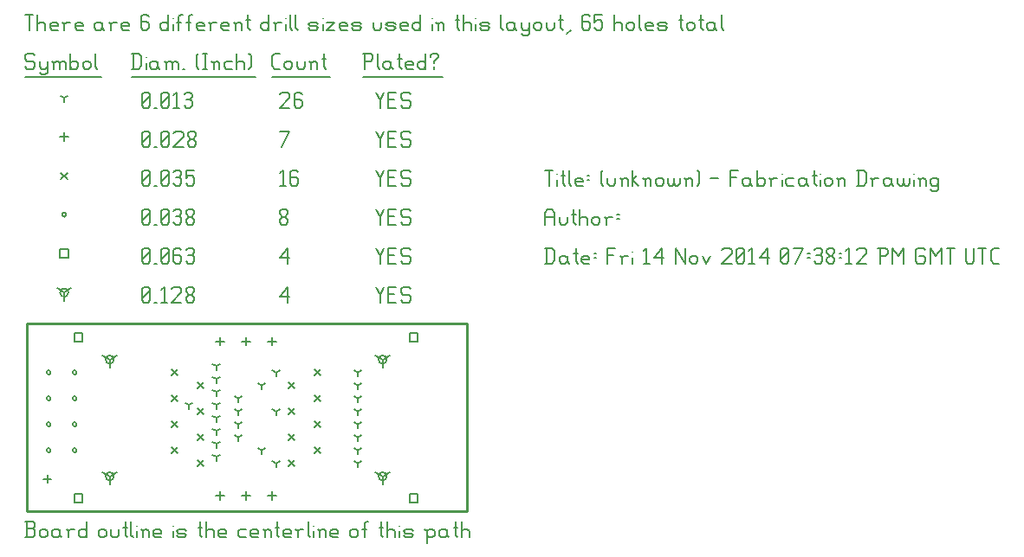
<source format=gbr>
G04 start of page 12 for group -3984 idx -3984 *
G04 Title: (unknown), fab *
G04 Creator: pcb 1.99z *
G04 CreationDate: Fri 14 Nov 2014 07:38:12 PM GMT UTC *
G04 For: commonadmin *
G04 Format: Gerber/RS-274X *
G04 PCB-Dimensions (mil): 1705.00 735.00 *
G04 PCB-Coordinate-Origin: lower left *
%MOIN*%
%FSLAX25Y25*%
%LNFAB*%
%ADD85C,0.0100*%
%ADD84C,0.0075*%
%ADD83C,0.0060*%
%ADD82C,0.0080*%
G54D82*X32508Y58957D02*Y55757D01*
Y58957D02*X35281Y60557D01*
X32508Y58957D02*X29735Y60557D01*
X30908Y58957D02*G75*G03X34108Y58957I1600J0D01*G01*
G75*G03X30908Y58957I-1600J0D01*G01*
X32508Y13957D02*Y10757D01*
Y13957D02*X35281Y15557D01*
X32508Y13957D02*X29735Y15557D01*
X30908Y13957D02*G75*G03X34108Y13957I1600J0D01*G01*
G75*G03X30908Y13957I-1600J0D01*G01*
X137508Y58957D02*Y55757D01*
Y58957D02*X140281Y60557D01*
X137508Y58957D02*X134735Y60557D01*
X135908Y58957D02*G75*G03X139108Y58957I1600J0D01*G01*
G75*G03X135908Y58957I-1600J0D01*G01*
X137508Y13957D02*Y10757D01*
Y13957D02*X140281Y15557D01*
X137508Y13957D02*X134735Y15557D01*
X135908Y13957D02*G75*G03X139108Y13957I1600J0D01*G01*
G75*G03X135908Y13957I-1600J0D01*G01*
X15000Y84750D02*Y81550D01*
Y84750D02*X17773Y86350D01*
X15000Y84750D02*X12227Y86350D01*
X13400Y84750D02*G75*G03X16600Y84750I1600J0D01*G01*
G75*G03X13400Y84750I-1600J0D01*G01*
G54D83*X135000Y87000D02*X136500Y84000D01*
X138000Y87000D01*
X136500Y84000D02*Y81000D01*
X139800Y84300D02*X142050D01*
X139800Y81000D02*X142800D01*
X139800Y87000D02*Y81000D01*
Y87000D02*X142800D01*
X147600D02*X148350Y86250D01*
X145350Y87000D02*X147600D01*
X144600Y86250D02*X145350Y87000D01*
X144600Y86250D02*Y84750D01*
X145350Y84000D01*
X147600D01*
X148350Y83250D01*
Y81750D01*
X147600Y81000D02*X148350Y81750D01*
X145350Y81000D02*X147600D01*
X144600Y81750D02*X145350Y81000D01*
X98000Y83250D02*X101000Y87000D01*
X98000Y83250D02*X101750D01*
X101000Y87000D02*Y81000D01*
X45000Y81750D02*X45750Y81000D01*
X45000Y86250D02*Y81750D01*
Y86250D02*X45750Y87000D01*
X47250D01*
X48000Y86250D01*
Y81750D01*
X47250Y81000D02*X48000Y81750D01*
X45750Y81000D02*X47250D01*
X45000Y82500D02*X48000Y85500D01*
X49800Y81000D02*X50550D01*
X52350Y85800D02*X53550Y87000D01*
Y81000D01*
X52350D02*X54600D01*
X56400Y86250D02*X57150Y87000D01*
X59400D01*
X60150Y86250D01*
Y84750D01*
X56400Y81000D02*X60150Y84750D01*
X56400Y81000D02*X60150D01*
X61950Y81750D02*X62700Y81000D01*
X61950Y82950D02*Y81750D01*
Y82950D02*X63000Y84000D01*
X63900D01*
X64950Y82950D01*
Y81750D01*
X64200Y81000D02*X64950Y81750D01*
X62700Y81000D02*X64200D01*
X61950Y85050D02*X63000Y84000D01*
X61950Y86250D02*Y85050D01*
Y86250D02*X62700Y87000D01*
X64200D01*
X64950Y86250D01*
Y85050D01*
X63900Y84000D02*X64950Y85050D01*
X18900Y69100D02*X22100D01*
X18900D02*Y65900D01*
X22100D01*
Y69100D02*Y65900D01*
X18900Y7092D02*X22100D01*
X18900D02*Y3892D01*
X22100D01*
Y7092D02*Y3892D01*
X147916Y69100D02*X151116D01*
X147916D02*Y65900D01*
X151116D01*
Y69100D02*Y65900D01*
X147916Y7092D02*X151116D01*
X147916D02*Y3892D01*
X151116D01*
Y7092D02*Y3892D01*
X13400Y101350D02*X16600D01*
X13400D02*Y98150D01*
X16600D01*
Y101350D02*Y98150D01*
X135000Y102000D02*X136500Y99000D01*
X138000Y102000D01*
X136500Y99000D02*Y96000D01*
X139800Y99300D02*X142050D01*
X139800Y96000D02*X142800D01*
X139800Y102000D02*Y96000D01*
Y102000D02*X142800D01*
X147600D02*X148350Y101250D01*
X145350Y102000D02*X147600D01*
X144600Y101250D02*X145350Y102000D01*
X144600Y101250D02*Y99750D01*
X145350Y99000D01*
X147600D01*
X148350Y98250D01*
Y96750D01*
X147600Y96000D02*X148350Y96750D01*
X145350Y96000D02*X147600D01*
X144600Y96750D02*X145350Y96000D01*
X98000Y98250D02*X101000Y102000D01*
X98000Y98250D02*X101750D01*
X101000Y102000D02*Y96000D01*
X45000Y96750D02*X45750Y96000D01*
X45000Y101250D02*Y96750D01*
Y101250D02*X45750Y102000D01*
X47250D01*
X48000Y101250D01*
Y96750D01*
X47250Y96000D02*X48000Y96750D01*
X45750Y96000D02*X47250D01*
X45000Y97500D02*X48000Y100500D01*
X49800Y96000D02*X50550D01*
X52350Y96750D02*X53100Y96000D01*
X52350Y101250D02*Y96750D01*
Y101250D02*X53100Y102000D01*
X54600D01*
X55350Y101250D01*
Y96750D01*
X54600Y96000D02*X55350Y96750D01*
X53100Y96000D02*X54600D01*
X52350Y97500D02*X55350Y100500D01*
X59400Y102000D02*X60150Y101250D01*
X57900Y102000D02*X59400D01*
X57150Y101250D02*X57900Y102000D01*
X57150Y101250D02*Y96750D01*
X57900Y96000D01*
X59400Y99300D02*X60150Y98550D01*
X57150Y99300D02*X59400D01*
X57900Y96000D02*X59400D01*
X60150Y96750D01*
Y98550D02*Y96750D01*
X61950Y101250D02*X62700Y102000D01*
X64200D01*
X64950Y101250D01*
X64200Y96000D02*X64950Y96750D01*
X62700Y96000D02*X64200D01*
X61950Y96750D02*X62700Y96000D01*
Y99300D02*X64200D01*
X64950Y101250D02*Y100050D01*
Y98550D02*Y96750D01*
Y98550D02*X64200Y99300D01*
X64950Y100050D02*X64200Y99300D01*
X8208Y53957D02*G75*G03X9808Y53957I800J0D01*G01*
G75*G03X8208Y53957I-800J0D01*G01*
X18208D02*G75*G03X19808Y53957I800J0D01*G01*
G75*G03X18208Y53957I-800J0D01*G01*
X8208Y43957D02*G75*G03X9808Y43957I800J0D01*G01*
G75*G03X8208Y43957I-800J0D01*G01*
X18208D02*G75*G03X19808Y43957I800J0D01*G01*
G75*G03X18208Y43957I-800J0D01*G01*
X8208Y33957D02*G75*G03X9808Y33957I800J0D01*G01*
G75*G03X8208Y33957I-800J0D01*G01*
X18208D02*G75*G03X19808Y33957I800J0D01*G01*
G75*G03X18208Y33957I-800J0D01*G01*
X8208Y23957D02*G75*G03X9808Y23957I800J0D01*G01*
G75*G03X8208Y23957I-800J0D01*G01*
X18208D02*G75*G03X19808Y23957I800J0D01*G01*
G75*G03X18208Y23957I-800J0D01*G01*
X14200Y114750D02*G75*G03X15800Y114750I800J0D01*G01*
G75*G03X14200Y114750I-800J0D01*G01*
X135000Y117000D02*X136500Y114000D01*
X138000Y117000D01*
X136500Y114000D02*Y111000D01*
X139800Y114300D02*X142050D01*
X139800Y111000D02*X142800D01*
X139800Y117000D02*Y111000D01*
Y117000D02*X142800D01*
X147600D02*X148350Y116250D01*
X145350Y117000D02*X147600D01*
X144600Y116250D02*X145350Y117000D01*
X144600Y116250D02*Y114750D01*
X145350Y114000D01*
X147600D01*
X148350Y113250D01*
Y111750D01*
X147600Y111000D02*X148350Y111750D01*
X145350Y111000D02*X147600D01*
X144600Y111750D02*X145350Y111000D01*
X98000Y111750D02*X98750Y111000D01*
X98000Y112950D02*Y111750D01*
Y112950D02*X99050Y114000D01*
X99950D01*
X101000Y112950D01*
Y111750D01*
X100250Y111000D02*X101000Y111750D01*
X98750Y111000D02*X100250D01*
X98000Y115050D02*X99050Y114000D01*
X98000Y116250D02*Y115050D01*
Y116250D02*X98750Y117000D01*
X100250D01*
X101000Y116250D01*
Y115050D01*
X99950Y114000D02*X101000Y115050D01*
X45000Y111750D02*X45750Y111000D01*
X45000Y116250D02*Y111750D01*
Y116250D02*X45750Y117000D01*
X47250D01*
X48000Y116250D01*
Y111750D01*
X47250Y111000D02*X48000Y111750D01*
X45750Y111000D02*X47250D01*
X45000Y112500D02*X48000Y115500D01*
X49800Y111000D02*X50550D01*
X52350Y111750D02*X53100Y111000D01*
X52350Y116250D02*Y111750D01*
Y116250D02*X53100Y117000D01*
X54600D01*
X55350Y116250D01*
Y111750D01*
X54600Y111000D02*X55350Y111750D01*
X53100Y111000D02*X54600D01*
X52350Y112500D02*X55350Y115500D01*
X57150Y116250D02*X57900Y117000D01*
X59400D01*
X60150Y116250D01*
X59400Y111000D02*X60150Y111750D01*
X57900Y111000D02*X59400D01*
X57150Y111750D02*X57900Y111000D01*
Y114300D02*X59400D01*
X60150Y116250D02*Y115050D01*
Y113550D02*Y111750D01*
Y113550D02*X59400Y114300D01*
X60150Y115050D02*X59400Y114300D01*
X61950Y111750D02*X62700Y111000D01*
X61950Y112950D02*Y111750D01*
Y112950D02*X63000Y114000D01*
X63900D01*
X64950Y112950D01*
Y111750D01*
X64200Y111000D02*X64950Y111750D01*
X62700Y111000D02*X64200D01*
X61950Y115050D02*X63000Y114000D01*
X61950Y116250D02*Y115050D01*
Y116250D02*X62700Y117000D01*
X64200D01*
X64950Y116250D01*
Y115050D01*
X63900Y114000D02*X64950Y115050D01*
X66308Y50157D02*X68708Y47757D01*
X66308D02*X68708Y50157D01*
X66308Y40157D02*X68708Y37757D01*
X66308D02*X68708Y40157D01*
X66308Y30157D02*X68708Y27757D01*
X66308D02*X68708Y30157D01*
X66308Y20157D02*X68708Y17757D01*
X66308D02*X68708Y20157D01*
X56308Y55157D02*X58708Y52757D01*
X56308D02*X58708Y55157D01*
X56308Y45157D02*X58708Y42757D01*
X56308D02*X58708Y45157D01*
X56308Y35157D02*X58708Y32757D01*
X56308D02*X58708Y35157D01*
X56308Y25157D02*X58708Y22757D01*
X56308D02*X58708Y25157D01*
X101308Y50157D02*X103708Y47757D01*
X101308D02*X103708Y50157D01*
X101308Y40157D02*X103708Y37757D01*
X101308D02*X103708Y40157D01*
X101308Y30157D02*X103708Y27757D01*
X101308D02*X103708Y30157D01*
X101308Y20157D02*X103708Y17757D01*
X101308D02*X103708Y20157D01*
X111308Y55157D02*X113708Y52757D01*
X111308D02*X113708Y55157D01*
X111308Y45157D02*X113708Y42757D01*
X111308D02*X113708Y45157D01*
X111308Y35157D02*X113708Y32757D01*
X111308D02*X113708Y35157D01*
X111308Y25157D02*X113708Y22757D01*
X111308D02*X113708Y25157D01*
X13800Y130950D02*X16200Y128550D01*
X13800D02*X16200Y130950D01*
X135000Y132000D02*X136500Y129000D01*
X138000Y132000D01*
X136500Y129000D02*Y126000D01*
X139800Y129300D02*X142050D01*
X139800Y126000D02*X142800D01*
X139800Y132000D02*Y126000D01*
Y132000D02*X142800D01*
X147600D02*X148350Y131250D01*
X145350Y132000D02*X147600D01*
X144600Y131250D02*X145350Y132000D01*
X144600Y131250D02*Y129750D01*
X145350Y129000D01*
X147600D01*
X148350Y128250D01*
Y126750D01*
X147600Y126000D02*X148350Y126750D01*
X145350Y126000D02*X147600D01*
X144600Y126750D02*X145350Y126000D01*
X98000Y130800D02*X99200Y132000D01*
Y126000D01*
X98000D02*X100250D01*
X104300Y132000D02*X105050Y131250D01*
X102800Y132000D02*X104300D01*
X102050Y131250D02*X102800Y132000D01*
X102050Y131250D02*Y126750D01*
X102800Y126000D01*
X104300Y129300D02*X105050Y128550D01*
X102050Y129300D02*X104300D01*
X102800Y126000D02*X104300D01*
X105050Y126750D01*
Y128550D02*Y126750D01*
X45000D02*X45750Y126000D01*
X45000Y131250D02*Y126750D01*
Y131250D02*X45750Y132000D01*
X47250D01*
X48000Y131250D01*
Y126750D01*
X47250Y126000D02*X48000Y126750D01*
X45750Y126000D02*X47250D01*
X45000Y127500D02*X48000Y130500D01*
X49800Y126000D02*X50550D01*
X52350Y126750D02*X53100Y126000D01*
X52350Y131250D02*Y126750D01*
Y131250D02*X53100Y132000D01*
X54600D01*
X55350Y131250D01*
Y126750D01*
X54600Y126000D02*X55350Y126750D01*
X53100Y126000D02*X54600D01*
X52350Y127500D02*X55350Y130500D01*
X57150Y131250D02*X57900Y132000D01*
X59400D01*
X60150Y131250D01*
X59400Y126000D02*X60150Y126750D01*
X57900Y126000D02*X59400D01*
X57150Y126750D02*X57900Y126000D01*
Y129300D02*X59400D01*
X60150Y131250D02*Y130050D01*
Y128550D02*Y126750D01*
Y128550D02*X59400Y129300D01*
X60150Y130050D02*X59400Y129300D01*
X61950Y132000D02*X64950D01*
X61950D02*Y129000D01*
X62700Y129750D01*
X64200D01*
X64950Y129000D01*
Y126750D01*
X64200Y126000D02*X64950Y126750D01*
X62700Y126000D02*X64200D01*
X61950Y126750D02*X62700Y126000D01*
X8508Y14557D02*Y11357D01*
X6908Y12957D02*X10108D01*
X75000Y8100D02*Y4900D01*
X73400Y6500D02*X76600D01*
X85000Y8100D02*Y4900D01*
X83400Y6500D02*X86600D01*
X95000Y8100D02*Y4900D01*
X93400Y6500D02*X96600D01*
X75000Y67600D02*Y64400D01*
X73400Y66000D02*X76600D01*
X85000Y67600D02*Y64400D01*
X83400Y66000D02*X86600D01*
X95000Y67600D02*Y64400D01*
X93400Y66000D02*X96600D01*
X15000Y146350D02*Y143150D01*
X13400Y144750D02*X16600D01*
X135000Y147000D02*X136500Y144000D01*
X138000Y147000D01*
X136500Y144000D02*Y141000D01*
X139800Y144300D02*X142050D01*
X139800Y141000D02*X142800D01*
X139800Y147000D02*Y141000D01*
Y147000D02*X142800D01*
X147600D02*X148350Y146250D01*
X145350Y147000D02*X147600D01*
X144600Y146250D02*X145350Y147000D01*
X144600Y146250D02*Y144750D01*
X145350Y144000D01*
X147600D01*
X148350Y143250D01*
Y141750D01*
X147600Y141000D02*X148350Y141750D01*
X145350Y141000D02*X147600D01*
X144600Y141750D02*X145350Y141000D01*
X98750D02*X101750Y147000D01*
X98000D02*X101750D01*
X45000Y141750D02*X45750Y141000D01*
X45000Y146250D02*Y141750D01*
Y146250D02*X45750Y147000D01*
X47250D01*
X48000Y146250D01*
Y141750D01*
X47250Y141000D02*X48000Y141750D01*
X45750Y141000D02*X47250D01*
X45000Y142500D02*X48000Y145500D01*
X49800Y141000D02*X50550D01*
X52350Y141750D02*X53100Y141000D01*
X52350Y146250D02*Y141750D01*
Y146250D02*X53100Y147000D01*
X54600D01*
X55350Y146250D01*
Y141750D01*
X54600Y141000D02*X55350Y141750D01*
X53100Y141000D02*X54600D01*
X52350Y142500D02*X55350Y145500D01*
X57150Y146250D02*X57900Y147000D01*
X60150D01*
X60900Y146250D01*
Y144750D01*
X57150Y141000D02*X60900Y144750D01*
X57150Y141000D02*X60900D01*
X62700Y141750D02*X63450Y141000D01*
X62700Y142950D02*Y141750D01*
Y142950D02*X63750Y144000D01*
X64650D01*
X65700Y142950D01*
Y141750D01*
X64950Y141000D02*X65700Y141750D01*
X63450Y141000D02*X64950D01*
X62700Y145050D02*X63750Y144000D01*
X62700Y146250D02*Y145050D01*
Y146250D02*X63450Y147000D01*
X64950D01*
X65700Y146250D01*
Y145050D01*
X64650Y144000D02*X65700Y145050D01*
X73508Y36457D02*Y34857D01*
Y36457D02*X74895Y37257D01*
X73508Y36457D02*X72121Y37257D01*
X63008Y41457D02*Y39857D01*
Y41457D02*X64395Y42257D01*
X63008Y41457D02*X61621Y42257D01*
X73508Y41457D02*Y39857D01*
Y41457D02*X74895Y42257D01*
X73508Y41457D02*X72121Y42257D01*
X96508Y38957D02*Y37357D01*
Y38957D02*X97895Y39757D01*
X96508Y38957D02*X95121Y39757D01*
X82008Y43957D02*Y42357D01*
Y43957D02*X83395Y44757D01*
X82008Y43957D02*X80621Y44757D01*
X82008Y28957D02*Y27357D01*
Y28957D02*X83395Y29757D01*
X82008Y28957D02*X80621Y29757D01*
X82008Y33957D02*Y32357D01*
Y33957D02*X83395Y34757D01*
X82008Y33957D02*X80621Y34757D01*
X82008Y38957D02*Y37357D01*
Y38957D02*X83395Y39757D01*
X82008Y38957D02*X80621Y39757D01*
X91008Y48957D02*Y47357D01*
Y48957D02*X92395Y49757D01*
X91008Y48957D02*X89621Y49757D01*
X91008Y23957D02*Y22357D01*
Y23957D02*X92395Y24757D01*
X91008Y23957D02*X89621Y24757D01*
X96508Y18957D02*Y17357D01*
Y18957D02*X97895Y19757D01*
X96508Y18957D02*X95121Y19757D01*
X96508Y53957D02*Y52357D01*
Y53957D02*X97895Y54757D01*
X96508Y53957D02*X95121Y54757D01*
X73508Y46457D02*Y44857D01*
Y46457D02*X74895Y47257D01*
X73508Y46457D02*X72121Y47257D01*
X73508Y51457D02*Y49857D01*
Y51457D02*X74895Y52257D01*
X73508Y51457D02*X72121Y52257D01*
X73508Y56457D02*Y54857D01*
Y56457D02*X74895Y57257D01*
X73508Y56457D02*X72121Y57257D01*
X73508Y26457D02*Y24857D01*
Y26457D02*X74895Y27257D01*
X73508Y26457D02*X72121Y27257D01*
X73508Y21457D02*Y19857D01*
Y21457D02*X74895Y22257D01*
X73508Y21457D02*X72121Y22257D01*
X73508Y31457D02*Y29857D01*
Y31457D02*X74895Y32257D01*
X73508Y31457D02*X72121Y32257D01*
X128008Y53957D02*Y52357D01*
Y53957D02*X129395Y54757D01*
X128008Y53957D02*X126621Y54757D01*
X128008Y48957D02*Y47357D01*
Y48957D02*X129395Y49757D01*
X128008Y48957D02*X126621Y49757D01*
X128008Y43957D02*Y42357D01*
Y43957D02*X129395Y44757D01*
X128008Y43957D02*X126621Y44757D01*
X128008Y38957D02*Y37357D01*
Y38957D02*X129395Y39757D01*
X128008Y38957D02*X126621Y39757D01*
X128008Y33957D02*Y32357D01*
Y33957D02*X129395Y34757D01*
X128008Y33957D02*X126621Y34757D01*
X128008Y28957D02*Y27357D01*
Y28957D02*X129395Y29757D01*
X128008Y28957D02*X126621Y29757D01*
X128008Y23957D02*Y22357D01*
Y23957D02*X129395Y24757D01*
X128008Y23957D02*X126621Y24757D01*
X128008Y18957D02*Y17357D01*
Y18957D02*X129395Y19757D01*
X128008Y18957D02*X126621Y19757D01*
X15000Y159750D02*Y158150D01*
Y159750D02*X16387Y160550D01*
X15000Y159750D02*X13613Y160550D01*
X135000Y162000D02*X136500Y159000D01*
X138000Y162000D01*
X136500Y159000D02*Y156000D01*
X139800Y159300D02*X142050D01*
X139800Y156000D02*X142800D01*
X139800Y162000D02*Y156000D01*
Y162000D02*X142800D01*
X147600D02*X148350Y161250D01*
X145350Y162000D02*X147600D01*
X144600Y161250D02*X145350Y162000D01*
X144600Y161250D02*Y159750D01*
X145350Y159000D01*
X147600D01*
X148350Y158250D01*
Y156750D01*
X147600Y156000D02*X148350Y156750D01*
X145350Y156000D02*X147600D01*
X144600Y156750D02*X145350Y156000D01*
X98000Y161250D02*X98750Y162000D01*
X101000D01*
X101750Y161250D01*
Y159750D01*
X98000Y156000D02*X101750Y159750D01*
X98000Y156000D02*X101750D01*
X105800Y162000D02*X106550Y161250D01*
X104300Y162000D02*X105800D01*
X103550Y161250D02*X104300Y162000D01*
X103550Y161250D02*Y156750D01*
X104300Y156000D01*
X105800Y159300D02*X106550Y158550D01*
X103550Y159300D02*X105800D01*
X104300Y156000D02*X105800D01*
X106550Y156750D01*
Y158550D02*Y156750D01*
X45000D02*X45750Y156000D01*
X45000Y161250D02*Y156750D01*
Y161250D02*X45750Y162000D01*
X47250D01*
X48000Y161250D01*
Y156750D01*
X47250Y156000D02*X48000Y156750D01*
X45750Y156000D02*X47250D01*
X45000Y157500D02*X48000Y160500D01*
X49800Y156000D02*X50550D01*
X52350Y156750D02*X53100Y156000D01*
X52350Y161250D02*Y156750D01*
Y161250D02*X53100Y162000D01*
X54600D01*
X55350Y161250D01*
Y156750D01*
X54600Y156000D02*X55350Y156750D01*
X53100Y156000D02*X54600D01*
X52350Y157500D02*X55350Y160500D01*
X57150Y160800D02*X58350Y162000D01*
Y156000D01*
X57150D02*X59400D01*
X61200Y161250D02*X61950Y162000D01*
X63450D01*
X64200Y161250D01*
X63450Y156000D02*X64200Y156750D01*
X61950Y156000D02*X63450D01*
X61200Y156750D02*X61950Y156000D01*
Y159300D02*X63450D01*
X64200Y161250D02*Y160050D01*
Y158550D02*Y156750D01*
Y158550D02*X63450Y159300D01*
X64200Y160050D02*X63450Y159300D01*
X3000Y177000D02*X3750Y176250D01*
X750Y177000D02*X3000D01*
X0Y176250D02*X750Y177000D01*
X0Y176250D02*Y174750D01*
X750Y174000D01*
X3000D01*
X3750Y173250D01*
Y171750D01*
X3000Y171000D02*X3750Y171750D01*
X750Y171000D02*X3000D01*
X0Y171750D02*X750Y171000D01*
X5550Y174000D02*Y171750D01*
X6300Y171000D01*
X8550Y174000D02*Y169500D01*
X7800Y168750D02*X8550Y169500D01*
X6300Y168750D02*X7800D01*
X5550Y169500D02*X6300Y168750D01*
Y171000D02*X7800D01*
X8550Y171750D01*
X11100Y173250D02*Y171000D01*
Y173250D02*X11850Y174000D01*
X12600D01*
X13350Y173250D01*
Y171000D01*
Y173250D02*X14100Y174000D01*
X14850D01*
X15600Y173250D01*
Y171000D01*
X10350Y174000D02*X11100Y173250D01*
X17400Y177000D02*Y171000D01*
Y171750D02*X18150Y171000D01*
X19650D01*
X20400Y171750D01*
Y173250D02*Y171750D01*
X19650Y174000D02*X20400Y173250D01*
X18150Y174000D02*X19650D01*
X17400Y173250D02*X18150Y174000D01*
X22200Y173250D02*Y171750D01*
Y173250D02*X22950Y174000D01*
X24450D01*
X25200Y173250D01*
Y171750D01*
X24450Y171000D02*X25200Y171750D01*
X22950Y171000D02*X24450D01*
X22200Y171750D02*X22950Y171000D01*
X27000Y177000D02*Y171750D01*
X27750Y171000D01*
X0Y167750D02*X29250D01*
X41750Y177000D02*Y171000D01*
X43700Y177000D02*X44750Y175950D01*
Y172050D01*
X43700Y171000D02*X44750Y172050D01*
X41000Y171000D02*X43700D01*
X41000Y177000D02*X43700D01*
G54D84*X46550Y175500D02*Y175350D01*
G54D83*Y173250D02*Y171000D01*
X50300Y174000D02*X51050Y173250D01*
X48800Y174000D02*X50300D01*
X48050Y173250D02*X48800Y174000D01*
X48050Y173250D02*Y171750D01*
X48800Y171000D01*
X51050Y174000D02*Y171750D01*
X51800Y171000D01*
X48800D02*X50300D01*
X51050Y171750D01*
X54350Y173250D02*Y171000D01*
Y173250D02*X55100Y174000D01*
X55850D01*
X56600Y173250D01*
Y171000D01*
Y173250D02*X57350Y174000D01*
X58100D01*
X58850Y173250D01*
Y171000D01*
X53600Y174000D02*X54350Y173250D01*
X60650Y171000D02*X61400D01*
X65900Y171750D02*X66650Y171000D01*
X65900Y176250D02*X66650Y177000D01*
X65900Y176250D02*Y171750D01*
X68450Y177000D02*X69950D01*
X69200D02*Y171000D01*
X68450D02*X69950D01*
X72500Y173250D02*Y171000D01*
Y173250D02*X73250Y174000D01*
X74000D01*
X74750Y173250D01*
Y171000D01*
X71750Y174000D02*X72500Y173250D01*
X77300Y174000D02*X79550D01*
X76550Y173250D02*X77300Y174000D01*
X76550Y173250D02*Y171750D01*
X77300Y171000D01*
X79550D01*
X81350Y177000D02*Y171000D01*
Y173250D02*X82100Y174000D01*
X83600D01*
X84350Y173250D01*
Y171000D01*
X86150Y177000D02*X86900Y176250D01*
Y171750D01*
X86150Y171000D02*X86900Y171750D01*
X41000Y167750D02*X88700D01*
X96050Y171000D02*X98000D01*
X95000Y172050D02*X96050Y171000D01*
X95000Y175950D02*Y172050D01*
Y175950D02*X96050Y177000D01*
X98000D01*
X99800Y173250D02*Y171750D01*
Y173250D02*X100550Y174000D01*
X102050D01*
X102800Y173250D01*
Y171750D01*
X102050Y171000D02*X102800Y171750D01*
X100550Y171000D02*X102050D01*
X99800Y171750D02*X100550Y171000D01*
X104600Y174000D02*Y171750D01*
X105350Y171000D01*
X106850D01*
X107600Y171750D01*
Y174000D02*Y171750D01*
X110150Y173250D02*Y171000D01*
Y173250D02*X110900Y174000D01*
X111650D01*
X112400Y173250D01*
Y171000D01*
X109400Y174000D02*X110150Y173250D01*
X114950Y177000D02*Y171750D01*
X115700Y171000D01*
X114200Y174750D02*X115700D01*
X95000Y167750D02*X117200D01*
X130750Y177000D02*Y171000D01*
X130000Y177000D02*X133000D01*
X133750Y176250D01*
Y174750D01*
X133000Y174000D02*X133750Y174750D01*
X130750Y174000D02*X133000D01*
X135550Y177000D02*Y171750D01*
X136300Y171000D01*
X140050Y174000D02*X140800Y173250D01*
X138550Y174000D02*X140050D01*
X137800Y173250D02*X138550Y174000D01*
X137800Y173250D02*Y171750D01*
X138550Y171000D01*
X140800Y174000D02*Y171750D01*
X141550Y171000D01*
X138550D02*X140050D01*
X140800Y171750D01*
X144100Y177000D02*Y171750D01*
X144850Y171000D01*
X143350Y174750D02*X144850D01*
X147100Y171000D02*X149350D01*
X146350Y171750D02*X147100Y171000D01*
X146350Y173250D02*Y171750D01*
Y173250D02*X147100Y174000D01*
X148600D01*
X149350Y173250D01*
X146350Y172500D02*X149350D01*
Y173250D02*Y172500D01*
X154150Y177000D02*Y171000D01*
X153400D02*X154150Y171750D01*
X151900Y171000D02*X153400D01*
X151150Y171750D02*X151900Y171000D01*
X151150Y173250D02*Y171750D01*
Y173250D02*X151900Y174000D01*
X153400D01*
X154150Y173250D01*
X157450Y174000D02*Y173250D01*
Y171750D02*Y171000D01*
X155950Y176250D02*Y175500D01*
Y176250D02*X156700Y177000D01*
X158200D01*
X158950Y176250D01*
Y175500D01*
X157450Y174000D02*X158950Y175500D01*
X130000Y167750D02*X160750D01*
X0Y192000D02*X3000D01*
X1500D02*Y186000D01*
X4800Y192000D02*Y186000D01*
Y188250D02*X5550Y189000D01*
X7050D01*
X7800Y188250D01*
Y186000D01*
X10350D02*X12600D01*
X9600Y186750D02*X10350Y186000D01*
X9600Y188250D02*Y186750D01*
Y188250D02*X10350Y189000D01*
X11850D01*
X12600Y188250D01*
X9600Y187500D02*X12600D01*
Y188250D02*Y187500D01*
X15150Y188250D02*Y186000D01*
Y188250D02*X15900Y189000D01*
X17400D01*
X14400D02*X15150Y188250D01*
X19950Y186000D02*X22200D01*
X19200Y186750D02*X19950Y186000D01*
X19200Y188250D02*Y186750D01*
Y188250D02*X19950Y189000D01*
X21450D01*
X22200Y188250D01*
X19200Y187500D02*X22200D01*
Y188250D02*Y187500D01*
X28950Y189000D02*X29700Y188250D01*
X27450Y189000D02*X28950D01*
X26700Y188250D02*X27450Y189000D01*
X26700Y188250D02*Y186750D01*
X27450Y186000D01*
X29700Y189000D02*Y186750D01*
X30450Y186000D01*
X27450D02*X28950D01*
X29700Y186750D01*
X33000Y188250D02*Y186000D01*
Y188250D02*X33750Y189000D01*
X35250D01*
X32250D02*X33000Y188250D01*
X37800Y186000D02*X40050D01*
X37050Y186750D02*X37800Y186000D01*
X37050Y188250D02*Y186750D01*
Y188250D02*X37800Y189000D01*
X39300D01*
X40050Y188250D01*
X37050Y187500D02*X40050D01*
Y188250D02*Y187500D01*
X46800Y192000D02*X47550Y191250D01*
X45300Y192000D02*X46800D01*
X44550Y191250D02*X45300Y192000D01*
X44550Y191250D02*Y186750D01*
X45300Y186000D01*
X46800Y189300D02*X47550Y188550D01*
X44550Y189300D02*X46800D01*
X45300Y186000D02*X46800D01*
X47550Y186750D01*
Y188550D02*Y186750D01*
X55050Y192000D02*Y186000D01*
X54300D02*X55050Y186750D01*
X52800Y186000D02*X54300D01*
X52050Y186750D02*X52800Y186000D01*
X52050Y188250D02*Y186750D01*
Y188250D02*X52800Y189000D01*
X54300D01*
X55050Y188250D01*
G54D84*X56850Y190500D02*Y190350D01*
G54D83*Y188250D02*Y186000D01*
X59100Y191250D02*Y186000D01*
Y191250D02*X59850Y192000D01*
X60600D01*
X58350Y189000D02*X59850D01*
X62850Y191250D02*Y186000D01*
Y191250D02*X63600Y192000D01*
X64350D01*
X62100Y189000D02*X63600D01*
X66600Y186000D02*X68850D01*
X65850Y186750D02*X66600Y186000D01*
X65850Y188250D02*Y186750D01*
Y188250D02*X66600Y189000D01*
X68100D01*
X68850Y188250D01*
X65850Y187500D02*X68850D01*
Y188250D02*Y187500D01*
X71400Y188250D02*Y186000D01*
Y188250D02*X72150Y189000D01*
X73650D01*
X70650D02*X71400Y188250D01*
X76200Y186000D02*X78450D01*
X75450Y186750D02*X76200Y186000D01*
X75450Y188250D02*Y186750D01*
Y188250D02*X76200Y189000D01*
X77700D01*
X78450Y188250D01*
X75450Y187500D02*X78450D01*
Y188250D02*Y187500D01*
X81000Y188250D02*Y186000D01*
Y188250D02*X81750Y189000D01*
X82500D01*
X83250Y188250D01*
Y186000D01*
X80250Y189000D02*X81000Y188250D01*
X85800Y192000D02*Y186750D01*
X86550Y186000D01*
X85050Y189750D02*X86550D01*
X93750Y192000D02*Y186000D01*
X93000D02*X93750Y186750D01*
X91500Y186000D02*X93000D01*
X90750Y186750D02*X91500Y186000D01*
X90750Y188250D02*Y186750D01*
Y188250D02*X91500Y189000D01*
X93000D01*
X93750Y188250D01*
X96300D02*Y186000D01*
Y188250D02*X97050Y189000D01*
X98550D01*
X95550D02*X96300Y188250D01*
G54D84*X100350Y190500D02*Y190350D01*
G54D83*Y188250D02*Y186000D01*
X101850Y192000D02*Y186750D01*
X102600Y186000D01*
X104100Y192000D02*Y186750D01*
X104850Y186000D01*
X109800D02*X112050D01*
X112800Y186750D01*
X112050Y187500D02*X112800Y186750D01*
X109800Y187500D02*X112050D01*
X109050Y188250D02*X109800Y187500D01*
X109050Y188250D02*X109800Y189000D01*
X112050D01*
X112800Y188250D01*
X109050Y186750D02*X109800Y186000D01*
G54D84*X114600Y190500D02*Y190350D01*
G54D83*Y188250D02*Y186000D01*
X116100Y189000D02*X119100D01*
X116100Y186000D02*X119100Y189000D01*
X116100Y186000D02*X119100D01*
X121650D02*X123900D01*
X120900Y186750D02*X121650Y186000D01*
X120900Y188250D02*Y186750D01*
Y188250D02*X121650Y189000D01*
X123150D01*
X123900Y188250D01*
X120900Y187500D02*X123900D01*
Y188250D02*Y187500D01*
X126450Y186000D02*X128700D01*
X129450Y186750D01*
X128700Y187500D02*X129450Y186750D01*
X126450Y187500D02*X128700D01*
X125700Y188250D02*X126450Y187500D01*
X125700Y188250D02*X126450Y189000D01*
X128700D01*
X129450Y188250D01*
X125700Y186750D02*X126450Y186000D01*
X133950Y189000D02*Y186750D01*
X134700Y186000D01*
X136200D01*
X136950Y186750D01*
Y189000D02*Y186750D01*
X139500Y186000D02*X141750D01*
X142500Y186750D01*
X141750Y187500D02*X142500Y186750D01*
X139500Y187500D02*X141750D01*
X138750Y188250D02*X139500Y187500D01*
X138750Y188250D02*X139500Y189000D01*
X141750D01*
X142500Y188250D01*
X138750Y186750D02*X139500Y186000D01*
X145050D02*X147300D01*
X144300Y186750D02*X145050Y186000D01*
X144300Y188250D02*Y186750D01*
Y188250D02*X145050Y189000D01*
X146550D01*
X147300Y188250D01*
X144300Y187500D02*X147300D01*
Y188250D02*Y187500D01*
X152100Y192000D02*Y186000D01*
X151350D02*X152100Y186750D01*
X149850Y186000D02*X151350D01*
X149100Y186750D02*X149850Y186000D01*
X149100Y188250D02*Y186750D01*
Y188250D02*X149850Y189000D01*
X151350D01*
X152100Y188250D01*
G54D84*X156600Y190500D02*Y190350D01*
G54D83*Y188250D02*Y186000D01*
X158850Y188250D02*Y186000D01*
Y188250D02*X159600Y189000D01*
X160350D01*
X161100Y188250D01*
Y186000D01*
X158100Y189000D02*X158850Y188250D01*
X166350Y192000D02*Y186750D01*
X167100Y186000D01*
X165600Y189750D02*X167100D01*
X168600Y192000D02*Y186000D01*
Y188250D02*X169350Y189000D01*
X170850D01*
X171600Y188250D01*
Y186000D01*
G54D84*X173400Y190500D02*Y190350D01*
G54D83*Y188250D02*Y186000D01*
X175650D02*X177900D01*
X178650Y186750D01*
X177900Y187500D02*X178650Y186750D01*
X175650Y187500D02*X177900D01*
X174900Y188250D02*X175650Y187500D01*
X174900Y188250D02*X175650Y189000D01*
X177900D01*
X178650Y188250D01*
X174900Y186750D02*X175650Y186000D01*
X183150Y192000D02*Y186750D01*
X183900Y186000D01*
X187650Y189000D02*X188400Y188250D01*
X186150Y189000D02*X187650D01*
X185400Y188250D02*X186150Y189000D01*
X185400Y188250D02*Y186750D01*
X186150Y186000D01*
X188400Y189000D02*Y186750D01*
X189150Y186000D01*
X186150D02*X187650D01*
X188400Y186750D01*
X190950Y189000D02*Y186750D01*
X191700Y186000D01*
X193950Y189000D02*Y184500D01*
X193200Y183750D02*X193950Y184500D01*
X191700Y183750D02*X193200D01*
X190950Y184500D02*X191700Y183750D01*
Y186000D02*X193200D01*
X193950Y186750D01*
X195750Y188250D02*Y186750D01*
Y188250D02*X196500Y189000D01*
X198000D01*
X198750Y188250D01*
Y186750D01*
X198000Y186000D02*X198750Y186750D01*
X196500Y186000D02*X198000D01*
X195750Y186750D02*X196500Y186000D01*
X200550Y189000D02*Y186750D01*
X201300Y186000D01*
X202800D01*
X203550Y186750D01*
Y189000D02*Y186750D01*
X206100Y192000D02*Y186750D01*
X206850Y186000D01*
X205350Y189750D02*X206850D01*
X208350Y184500D02*X209850Y186000D01*
X216600Y192000D02*X217350Y191250D01*
X215100Y192000D02*X216600D01*
X214350Y191250D02*X215100Y192000D01*
X214350Y191250D02*Y186750D01*
X215100Y186000D01*
X216600Y189300D02*X217350Y188550D01*
X214350Y189300D02*X216600D01*
X215100Y186000D02*X216600D01*
X217350Y186750D01*
Y188550D02*Y186750D01*
X219150Y192000D02*X222150D01*
X219150D02*Y189000D01*
X219900Y189750D01*
X221400D01*
X222150Y189000D01*
Y186750D01*
X221400Y186000D02*X222150Y186750D01*
X219900Y186000D02*X221400D01*
X219150Y186750D02*X219900Y186000D01*
X226650Y192000D02*Y186000D01*
Y188250D02*X227400Y189000D01*
X228900D01*
X229650Y188250D01*
Y186000D01*
X231450Y188250D02*Y186750D01*
Y188250D02*X232200Y189000D01*
X233700D01*
X234450Y188250D01*
Y186750D01*
X233700Y186000D02*X234450Y186750D01*
X232200Y186000D02*X233700D01*
X231450Y186750D02*X232200Y186000D01*
X236250Y192000D02*Y186750D01*
X237000Y186000D01*
X239250D02*X241500D01*
X238500Y186750D02*X239250Y186000D01*
X238500Y188250D02*Y186750D01*
Y188250D02*X239250Y189000D01*
X240750D01*
X241500Y188250D01*
X238500Y187500D02*X241500D01*
Y188250D02*Y187500D01*
X244050Y186000D02*X246300D01*
X247050Y186750D01*
X246300Y187500D02*X247050Y186750D01*
X244050Y187500D02*X246300D01*
X243300Y188250D02*X244050Y187500D01*
X243300Y188250D02*X244050Y189000D01*
X246300D01*
X247050Y188250D01*
X243300Y186750D02*X244050Y186000D01*
X252300Y192000D02*Y186750D01*
X253050Y186000D01*
X251550Y189750D02*X253050D01*
X254550Y188250D02*Y186750D01*
Y188250D02*X255300Y189000D01*
X256800D01*
X257550Y188250D01*
Y186750D01*
X256800Y186000D02*X257550Y186750D01*
X255300Y186000D02*X256800D01*
X254550Y186750D02*X255300Y186000D01*
X260100Y192000D02*Y186750D01*
X260850Y186000D01*
X259350Y189750D02*X260850D01*
X264600Y189000D02*X265350Y188250D01*
X263100Y189000D02*X264600D01*
X262350Y188250D02*X263100Y189000D01*
X262350Y188250D02*Y186750D01*
X263100Y186000D01*
X265350Y189000D02*Y186750D01*
X266100Y186000D01*
X263100D02*X264600D01*
X265350Y186750D01*
X267900Y192000D02*Y186750D01*
X268650Y186000D01*
G54D85*X508Y457D02*X170008D01*
Y72957D01*
X508D01*
Y457D01*
G54D83*X0Y-9500D02*X3000D01*
X3750Y-8750D01*
Y-6950D02*Y-8750D01*
X3000Y-6200D02*X3750Y-6950D01*
X750Y-6200D02*X3000D01*
X750Y-3500D02*Y-9500D01*
X0Y-3500D02*X3000D01*
X3750Y-4250D01*
Y-5450D01*
X3000Y-6200D02*X3750Y-5450D01*
X5550Y-7250D02*Y-8750D01*
Y-7250D02*X6300Y-6500D01*
X7800D01*
X8550Y-7250D01*
Y-8750D01*
X7800Y-9500D02*X8550Y-8750D01*
X6300Y-9500D02*X7800D01*
X5550Y-8750D02*X6300Y-9500D01*
X12600Y-6500D02*X13350Y-7250D01*
X11100Y-6500D02*X12600D01*
X10350Y-7250D02*X11100Y-6500D01*
X10350Y-7250D02*Y-8750D01*
X11100Y-9500D01*
X13350Y-6500D02*Y-8750D01*
X14100Y-9500D01*
X11100D02*X12600D01*
X13350Y-8750D01*
X16650Y-7250D02*Y-9500D01*
Y-7250D02*X17400Y-6500D01*
X18900D01*
X15900D02*X16650Y-7250D01*
X23700Y-3500D02*Y-9500D01*
X22950D02*X23700Y-8750D01*
X21450Y-9500D02*X22950D01*
X20700Y-8750D02*X21450Y-9500D01*
X20700Y-7250D02*Y-8750D01*
Y-7250D02*X21450Y-6500D01*
X22950D01*
X23700Y-7250D01*
X28200D02*Y-8750D01*
Y-7250D02*X28950Y-6500D01*
X30450D01*
X31200Y-7250D01*
Y-8750D01*
X30450Y-9500D02*X31200Y-8750D01*
X28950Y-9500D02*X30450D01*
X28200Y-8750D02*X28950Y-9500D01*
X33000Y-6500D02*Y-8750D01*
X33750Y-9500D01*
X35250D01*
X36000Y-8750D01*
Y-6500D02*Y-8750D01*
X38550Y-3500D02*Y-8750D01*
X39300Y-9500D01*
X37800Y-5750D02*X39300D01*
X40800Y-3500D02*Y-8750D01*
X41550Y-9500D01*
G54D84*X43050Y-5000D02*Y-5150D01*
G54D83*Y-7250D02*Y-9500D01*
X45300Y-7250D02*Y-9500D01*
Y-7250D02*X46050Y-6500D01*
X46800D01*
X47550Y-7250D01*
Y-9500D01*
X44550Y-6500D02*X45300Y-7250D01*
X50100Y-9500D02*X52350D01*
X49350Y-8750D02*X50100Y-9500D01*
X49350Y-7250D02*Y-8750D01*
Y-7250D02*X50100Y-6500D01*
X51600D01*
X52350Y-7250D01*
X49350Y-8000D02*X52350D01*
Y-7250D02*Y-8000D01*
G54D84*X56850Y-5000D02*Y-5150D01*
G54D83*Y-7250D02*Y-9500D01*
X59100D02*X61350D01*
X62100Y-8750D01*
X61350Y-8000D02*X62100Y-8750D01*
X59100Y-8000D02*X61350D01*
X58350Y-7250D02*X59100Y-8000D01*
X58350Y-7250D02*X59100Y-6500D01*
X61350D01*
X62100Y-7250D01*
X58350Y-8750D02*X59100Y-9500D01*
X67350Y-3500D02*Y-8750D01*
X68100Y-9500D01*
X66600Y-5750D02*X68100D01*
X69600Y-3500D02*Y-9500D01*
Y-7250D02*X70350Y-6500D01*
X71850D01*
X72600Y-7250D01*
Y-9500D01*
X75150D02*X77400D01*
X74400Y-8750D02*X75150Y-9500D01*
X74400Y-7250D02*Y-8750D01*
Y-7250D02*X75150Y-6500D01*
X76650D01*
X77400Y-7250D01*
X74400Y-8000D02*X77400D01*
Y-7250D02*Y-8000D01*
X82650Y-6500D02*X84900D01*
X81900Y-7250D02*X82650Y-6500D01*
X81900Y-7250D02*Y-8750D01*
X82650Y-9500D01*
X84900D01*
X87450D02*X89700D01*
X86700Y-8750D02*X87450Y-9500D01*
X86700Y-7250D02*Y-8750D01*
Y-7250D02*X87450Y-6500D01*
X88950D01*
X89700Y-7250D01*
X86700Y-8000D02*X89700D01*
Y-7250D02*Y-8000D01*
X92250Y-7250D02*Y-9500D01*
Y-7250D02*X93000Y-6500D01*
X93750D01*
X94500Y-7250D01*
Y-9500D01*
X91500Y-6500D02*X92250Y-7250D01*
X97050Y-3500D02*Y-8750D01*
X97800Y-9500D01*
X96300Y-5750D02*X97800D01*
X100050Y-9500D02*X102300D01*
X99300Y-8750D02*X100050Y-9500D01*
X99300Y-7250D02*Y-8750D01*
Y-7250D02*X100050Y-6500D01*
X101550D01*
X102300Y-7250D01*
X99300Y-8000D02*X102300D01*
Y-7250D02*Y-8000D01*
X104850Y-7250D02*Y-9500D01*
Y-7250D02*X105600Y-6500D01*
X107100D01*
X104100D02*X104850Y-7250D01*
X108900Y-3500D02*Y-8750D01*
X109650Y-9500D01*
G54D84*X111150Y-5000D02*Y-5150D01*
G54D83*Y-7250D02*Y-9500D01*
X113400Y-7250D02*Y-9500D01*
Y-7250D02*X114150Y-6500D01*
X114900D01*
X115650Y-7250D01*
Y-9500D01*
X112650Y-6500D02*X113400Y-7250D01*
X118200Y-9500D02*X120450D01*
X117450Y-8750D02*X118200Y-9500D01*
X117450Y-7250D02*Y-8750D01*
Y-7250D02*X118200Y-6500D01*
X119700D01*
X120450Y-7250D01*
X117450Y-8000D02*X120450D01*
Y-7250D02*Y-8000D01*
X124950Y-7250D02*Y-8750D01*
Y-7250D02*X125700Y-6500D01*
X127200D01*
X127950Y-7250D01*
Y-8750D01*
X127200Y-9500D02*X127950Y-8750D01*
X125700Y-9500D02*X127200D01*
X124950Y-8750D02*X125700Y-9500D01*
X130500Y-4250D02*Y-9500D01*
Y-4250D02*X131250Y-3500D01*
X132000D01*
X129750Y-6500D02*X131250D01*
X136950Y-3500D02*Y-8750D01*
X137700Y-9500D01*
X136200Y-5750D02*X137700D01*
X139200Y-3500D02*Y-9500D01*
Y-7250D02*X139950Y-6500D01*
X141450D01*
X142200Y-7250D01*
Y-9500D01*
G54D84*X144000Y-5000D02*Y-5150D01*
G54D83*Y-7250D02*Y-9500D01*
X146250D02*X148500D01*
X149250Y-8750D01*
X148500Y-8000D02*X149250Y-8750D01*
X146250Y-8000D02*X148500D01*
X145500Y-7250D02*X146250Y-8000D01*
X145500Y-7250D02*X146250Y-6500D01*
X148500D01*
X149250Y-7250D01*
X145500Y-8750D02*X146250Y-9500D01*
X154500Y-7250D02*Y-11750D01*
X153750Y-6500D02*X154500Y-7250D01*
X155250Y-6500D01*
X156750D01*
X157500Y-7250D01*
Y-8750D01*
X156750Y-9500D02*X157500Y-8750D01*
X155250Y-9500D02*X156750D01*
X154500Y-8750D02*X155250Y-9500D01*
X161550Y-6500D02*X162300Y-7250D01*
X160050Y-6500D02*X161550D01*
X159300Y-7250D02*X160050Y-6500D01*
X159300Y-7250D02*Y-8750D01*
X160050Y-9500D01*
X162300Y-6500D02*Y-8750D01*
X163050Y-9500D01*
X160050D02*X161550D01*
X162300Y-8750D01*
X165600Y-3500D02*Y-8750D01*
X166350Y-9500D01*
X164850Y-5750D02*X166350D01*
X167850Y-3500D02*Y-9500D01*
Y-7250D02*X168600Y-6500D01*
X170100D01*
X170850Y-7250D01*
Y-9500D01*
X200750Y102000D02*Y96000D01*
X202700Y102000D02*X203750Y100950D01*
Y97050D01*
X202700Y96000D02*X203750Y97050D01*
X200000Y96000D02*X202700D01*
X200000Y102000D02*X202700D01*
X207800Y99000D02*X208550Y98250D01*
X206300Y99000D02*X207800D01*
X205550Y98250D02*X206300Y99000D01*
X205550Y98250D02*Y96750D01*
X206300Y96000D01*
X208550Y99000D02*Y96750D01*
X209300Y96000D01*
X206300D02*X207800D01*
X208550Y96750D01*
X211850Y102000D02*Y96750D01*
X212600Y96000D01*
X211100Y99750D02*X212600D01*
X214850Y96000D02*X217100D01*
X214100Y96750D02*X214850Y96000D01*
X214100Y98250D02*Y96750D01*
Y98250D02*X214850Y99000D01*
X216350D01*
X217100Y98250D01*
X214100Y97500D02*X217100D01*
Y98250D02*Y97500D01*
X218900Y99750D02*X219650D01*
X218900Y98250D02*X219650D01*
X224150Y102000D02*Y96000D01*
Y102000D02*X227150D01*
X224150Y99300D02*X226400D01*
X229700Y98250D02*Y96000D01*
Y98250D02*X230450Y99000D01*
X231950D01*
X228950D02*X229700Y98250D01*
G54D84*X233750Y100500D02*Y100350D01*
G54D83*Y98250D02*Y96000D01*
X237950Y100800D02*X239150Y102000D01*
Y96000D01*
X237950D02*X240200D01*
X242000Y98250D02*X245000Y102000D01*
X242000Y98250D02*X245750D01*
X245000Y102000D02*Y96000D01*
X250250Y102000D02*Y96000D01*
Y102000D02*X254000Y96000D01*
Y102000D02*Y96000D01*
X255800Y98250D02*Y96750D01*
Y98250D02*X256550Y99000D01*
X258050D01*
X258800Y98250D01*
Y96750D01*
X258050Y96000D02*X258800Y96750D01*
X256550Y96000D02*X258050D01*
X255800Y96750D02*X256550Y96000D01*
X260600Y99000D02*X262100Y96000D01*
X263600Y99000D02*X262100Y96000D01*
X268100Y101250D02*X268850Y102000D01*
X271100D01*
X271850Y101250D01*
Y99750D01*
X268100Y96000D02*X271850Y99750D01*
X268100Y96000D02*X271850D01*
X273650Y96750D02*X274400Y96000D01*
X273650Y101250D02*Y96750D01*
Y101250D02*X274400Y102000D01*
X275900D01*
X276650Y101250D01*
Y96750D01*
X275900Y96000D02*X276650Y96750D01*
X274400Y96000D02*X275900D01*
X273650Y97500D02*X276650Y100500D01*
X278450Y100800D02*X279650Y102000D01*
Y96000D01*
X278450D02*X280700D01*
X282500Y98250D02*X285500Y102000D01*
X282500Y98250D02*X286250D01*
X285500Y102000D02*Y96000D01*
X290750Y96750D02*X291500Y96000D01*
X290750Y101250D02*Y96750D01*
Y101250D02*X291500Y102000D01*
X293000D01*
X293750Y101250D01*
Y96750D01*
X293000Y96000D02*X293750Y96750D01*
X291500Y96000D02*X293000D01*
X290750Y97500D02*X293750Y100500D01*
X296300Y96000D02*X299300Y102000D01*
X295550D02*X299300D01*
X301100Y99750D02*X301850D01*
X301100Y98250D02*X301850D01*
X303650Y101250D02*X304400Y102000D01*
X305900D01*
X306650Y101250D01*
X305900Y96000D02*X306650Y96750D01*
X304400Y96000D02*X305900D01*
X303650Y96750D02*X304400Y96000D01*
Y99300D02*X305900D01*
X306650Y101250D02*Y100050D01*
Y98550D02*Y96750D01*
Y98550D02*X305900Y99300D01*
X306650Y100050D02*X305900Y99300D01*
X308450Y96750D02*X309200Y96000D01*
X308450Y97950D02*Y96750D01*
Y97950D02*X309500Y99000D01*
X310400D01*
X311450Y97950D01*
Y96750D01*
X310700Y96000D02*X311450Y96750D01*
X309200Y96000D02*X310700D01*
X308450Y100050D02*X309500Y99000D01*
X308450Y101250D02*Y100050D01*
Y101250D02*X309200Y102000D01*
X310700D01*
X311450Y101250D01*
Y100050D01*
X310400Y99000D02*X311450Y100050D01*
X313250Y99750D02*X314000D01*
X313250Y98250D02*X314000D01*
X315800Y100800D02*X317000Y102000D01*
Y96000D01*
X315800D02*X318050D01*
X319850Y101250D02*X320600Y102000D01*
X322850D01*
X323600Y101250D01*
Y99750D01*
X319850Y96000D02*X323600Y99750D01*
X319850Y96000D02*X323600D01*
X328850Y102000D02*Y96000D01*
X328100Y102000D02*X331100D01*
X331850Y101250D01*
Y99750D01*
X331100Y99000D02*X331850Y99750D01*
X328850Y99000D02*X331100D01*
X333650Y102000D02*Y96000D01*
Y102000D02*X335900Y99000D01*
X338150Y102000D01*
Y96000D01*
X345650Y102000D02*X346400Y101250D01*
X343400Y102000D02*X345650D01*
X342650Y101250D02*X343400Y102000D01*
X342650Y101250D02*Y96750D01*
X343400Y96000D01*
X345650D01*
X346400Y96750D01*
Y98250D02*Y96750D01*
X345650Y99000D02*X346400Y98250D01*
X344150Y99000D02*X345650D01*
X348200Y102000D02*Y96000D01*
Y102000D02*X350450Y99000D01*
X352700Y102000D01*
Y96000D01*
X354500Y102000D02*X357500D01*
X356000D02*Y96000D01*
X362000Y102000D02*Y96750D01*
X362750Y96000D01*
X364250D01*
X365000Y96750D01*
Y102000D02*Y96750D01*
X366800Y102000D02*X369800D01*
X368300D02*Y96000D01*
X372650D02*X374600D01*
X371600Y97050D02*X372650Y96000D01*
X371600Y100950D02*Y97050D01*
Y100950D02*X372650Y102000D01*
X374600D01*
X200000Y115500D02*Y111000D01*
Y115500D02*X201050Y117000D01*
X202700D01*
X203750Y115500D01*
Y111000D01*
X200000Y114000D02*X203750D01*
X205550D02*Y111750D01*
X206300Y111000D01*
X207800D01*
X208550Y111750D01*
Y114000D02*Y111750D01*
X211100Y117000D02*Y111750D01*
X211850Y111000D01*
X210350Y114750D02*X211850D01*
X213350Y117000D02*Y111000D01*
Y113250D02*X214100Y114000D01*
X215600D01*
X216350Y113250D01*
Y111000D01*
X218150Y113250D02*Y111750D01*
Y113250D02*X218900Y114000D01*
X220400D01*
X221150Y113250D01*
Y111750D01*
X220400Y111000D02*X221150Y111750D01*
X218900Y111000D02*X220400D01*
X218150Y111750D02*X218900Y111000D01*
X223700Y113250D02*Y111000D01*
Y113250D02*X224450Y114000D01*
X225950D01*
X222950D02*X223700Y113250D01*
X227750Y114750D02*X228500D01*
X227750Y113250D02*X228500D01*
X200000Y132000D02*X203000D01*
X201500D02*Y126000D01*
G54D84*X204800Y130500D02*Y130350D01*
G54D83*Y128250D02*Y126000D01*
X207050Y132000D02*Y126750D01*
X207800Y126000D01*
X206300Y129750D02*X207800D01*
X209300Y132000D02*Y126750D01*
X210050Y126000D01*
X212300D02*X214550D01*
X211550Y126750D02*X212300Y126000D01*
X211550Y128250D02*Y126750D01*
Y128250D02*X212300Y129000D01*
X213800D01*
X214550Y128250D01*
X211550Y127500D02*X214550D01*
Y128250D02*Y127500D01*
X216350Y129750D02*X217100D01*
X216350Y128250D02*X217100D01*
X221600Y126750D02*X222350Y126000D01*
X221600Y131250D02*X222350Y132000D01*
X221600Y131250D02*Y126750D01*
X224150Y129000D02*Y126750D01*
X224900Y126000D01*
X226400D01*
X227150Y126750D01*
Y129000D02*Y126750D01*
X229700Y128250D02*Y126000D01*
Y128250D02*X230450Y129000D01*
X231200D01*
X231950Y128250D01*
Y126000D01*
X228950Y129000D02*X229700Y128250D01*
X233750Y132000D02*Y126000D01*
Y128250D02*X236000Y126000D01*
X233750Y128250D02*X235250Y129750D01*
X238550Y128250D02*Y126000D01*
Y128250D02*X239300Y129000D01*
X240050D01*
X240800Y128250D01*
Y126000D01*
X237800Y129000D02*X238550Y128250D01*
X242600D02*Y126750D01*
Y128250D02*X243350Y129000D01*
X244850D01*
X245600Y128250D01*
Y126750D01*
X244850Y126000D02*X245600Y126750D01*
X243350Y126000D02*X244850D01*
X242600Y126750D02*X243350Y126000D01*
X247400Y129000D02*Y126750D01*
X248150Y126000D01*
X248900D01*
X249650Y126750D01*
Y129000D02*Y126750D01*
X250400Y126000D01*
X251150D01*
X251900Y126750D01*
Y129000D02*Y126750D01*
X254450Y128250D02*Y126000D01*
Y128250D02*X255200Y129000D01*
X255950D01*
X256700Y128250D01*
Y126000D01*
X253700Y129000D02*X254450Y128250D01*
X258500Y132000D02*X259250Y131250D01*
Y126750D01*
X258500Y126000D02*X259250Y126750D01*
X263750Y129000D02*X266750D01*
X271250Y132000D02*Y126000D01*
Y132000D02*X274250D01*
X271250Y129300D02*X273500D01*
X278300Y129000D02*X279050Y128250D01*
X276800Y129000D02*X278300D01*
X276050Y128250D02*X276800Y129000D01*
X276050Y128250D02*Y126750D01*
X276800Y126000D01*
X279050Y129000D02*Y126750D01*
X279800Y126000D01*
X276800D02*X278300D01*
X279050Y126750D01*
X281600Y132000D02*Y126000D01*
Y126750D02*X282350Y126000D01*
X283850D01*
X284600Y126750D01*
Y128250D02*Y126750D01*
X283850Y129000D02*X284600Y128250D01*
X282350Y129000D02*X283850D01*
X281600Y128250D02*X282350Y129000D01*
X287150Y128250D02*Y126000D01*
Y128250D02*X287900Y129000D01*
X289400D01*
X286400D02*X287150Y128250D01*
G54D84*X291200Y130500D02*Y130350D01*
G54D83*Y128250D02*Y126000D01*
X293450Y129000D02*X295700D01*
X292700Y128250D02*X293450Y129000D01*
X292700Y128250D02*Y126750D01*
X293450Y126000D01*
X295700D01*
X299750Y129000D02*X300500Y128250D01*
X298250Y129000D02*X299750D01*
X297500Y128250D02*X298250Y129000D01*
X297500Y128250D02*Y126750D01*
X298250Y126000D01*
X300500Y129000D02*Y126750D01*
X301250Y126000D01*
X298250D02*X299750D01*
X300500Y126750D01*
X303800Y132000D02*Y126750D01*
X304550Y126000D01*
X303050Y129750D02*X304550D01*
G54D84*X306050Y130500D02*Y130350D01*
G54D83*Y128250D02*Y126000D01*
X307550Y128250D02*Y126750D01*
Y128250D02*X308300Y129000D01*
X309800D01*
X310550Y128250D01*
Y126750D01*
X309800Y126000D02*X310550Y126750D01*
X308300Y126000D02*X309800D01*
X307550Y126750D02*X308300Y126000D01*
X313100Y128250D02*Y126000D01*
Y128250D02*X313850Y129000D01*
X314600D01*
X315350Y128250D01*
Y126000D01*
X312350Y129000D02*X313100Y128250D01*
X320600Y132000D02*Y126000D01*
X322550Y132000D02*X323600Y130950D01*
Y127050D01*
X322550Y126000D02*X323600Y127050D01*
X319850Y126000D02*X322550D01*
X319850Y132000D02*X322550D01*
X326150Y128250D02*Y126000D01*
Y128250D02*X326900Y129000D01*
X328400D01*
X325400D02*X326150Y128250D01*
X332450Y129000D02*X333200Y128250D01*
X330950Y129000D02*X332450D01*
X330200Y128250D02*X330950Y129000D01*
X330200Y128250D02*Y126750D01*
X330950Y126000D01*
X333200Y129000D02*Y126750D01*
X333950Y126000D01*
X330950D02*X332450D01*
X333200Y126750D01*
X335750Y129000D02*Y126750D01*
X336500Y126000D01*
X337250D01*
X338000Y126750D01*
Y129000D02*Y126750D01*
X338750Y126000D01*
X339500D01*
X340250Y126750D01*
Y129000D02*Y126750D01*
G54D84*X342050Y130500D02*Y130350D01*
G54D83*Y128250D02*Y126000D01*
X344300Y128250D02*Y126000D01*
Y128250D02*X345050Y129000D01*
X345800D01*
X346550Y128250D01*
Y126000D01*
X343550Y129000D02*X344300Y128250D01*
X350600Y129000D02*X351350Y128250D01*
X349100Y129000D02*X350600D01*
X348350Y128250D02*X349100Y129000D01*
X348350Y128250D02*Y126750D01*
X349100Y126000D01*
X350600D01*
X351350Y126750D01*
X348350Y124500D02*X349100Y123750D01*
X350600D01*
X351350Y124500D01*
Y129000D02*Y124500D01*
M02*

</source>
